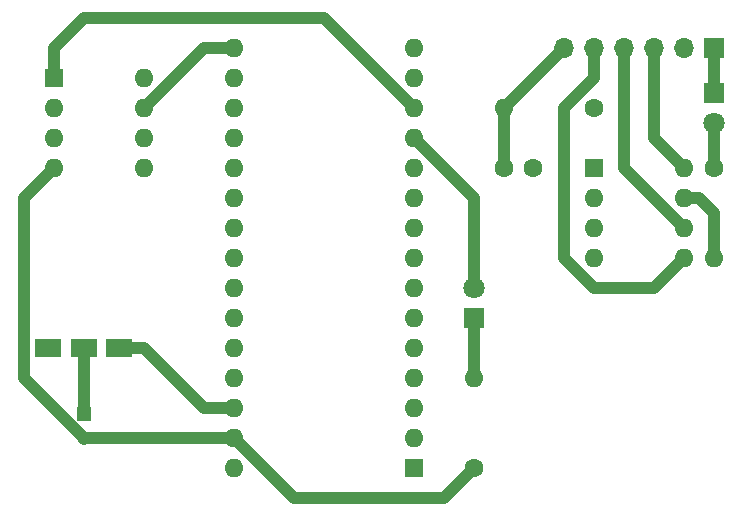
<source format=gbr>
%TF.GenerationSoftware,KiCad,Pcbnew,8.0.6*%
%TF.CreationDate,2024-11-17T16:56:22-06:00*%
%TF.ProjectId,attiny85 programmer,61747469-6e79-4383-9520-70726f677261,rev?*%
%TF.SameCoordinates,Original*%
%TF.FileFunction,Copper,L1,Top*%
%TF.FilePolarity,Positive*%
%FSLAX46Y46*%
G04 Gerber Fmt 4.6, Leading zero omitted, Abs format (unit mm)*
G04 Created by KiCad (PCBNEW 8.0.6) date 2024-11-17 16:56:22*
%MOMM*%
%LPD*%
G01*
G04 APERTURE LIST*
%TA.AperFunction,ComponentPad*%
%ADD10R,1.600000X1.600000*%
%TD*%
%TA.AperFunction,ComponentPad*%
%ADD11O,1.600000X1.600000*%
%TD*%
%TA.AperFunction,ComponentPad*%
%ADD12R,1.200000X1.200000*%
%TD*%
%TA.AperFunction,ComponentPad*%
%ADD13C,1.200000*%
%TD*%
%TA.AperFunction,ComponentPad*%
%ADD14C,1.600000*%
%TD*%
%TA.AperFunction,ComponentPad*%
%ADD15R,1.800000X1.800000*%
%TD*%
%TA.AperFunction,ComponentPad*%
%ADD16C,1.800000*%
%TD*%
%TA.AperFunction,ComponentPad*%
%ADD17R,1.700000X1.700000*%
%TD*%
%TA.AperFunction,ComponentPad*%
%ADD18O,1.700000X1.700000*%
%TD*%
%TA.AperFunction,ComponentPad*%
%ADD19R,2.250000X1.500000*%
%TD*%
%TA.AperFunction,Conductor*%
%ADD20C,1.000000*%
%TD*%
G04 APERTURE END LIST*
D10*
%TO.P,REF\u002A\u002A,1*%
%TO.N,N/C*%
X121920000Y-86360000D03*
D11*
%TO.P,REF\u002A\u002A,2*%
X121920000Y-88900000D03*
%TO.P,REF\u002A\u002A,3*%
X121920000Y-91440000D03*
%TO.P,REF\u002A\u002A,4*%
X121920000Y-93980000D03*
%TO.P,REF\u002A\u002A,5*%
X129540000Y-93980000D03*
%TO.P,REF\u002A\u002A,6*%
X129540000Y-91440000D03*
%TO.P,REF\u002A\u002A,7*%
X129540000Y-88900000D03*
%TO.P,REF\u002A\u002A,8*%
X129540000Y-86360000D03*
%TD*%
D12*
%TO.P,REF\u002A\u002A,1*%
%TO.N,N/C*%
X124460000Y-114840000D03*
D13*
%TO.P,REF\u002A\u002A,2*%
X124460000Y-116840000D03*
%TD*%
D10*
%TO.P,REF\u002A\u002A,1*%
%TO.N,N/C*%
X167640000Y-93980000D03*
D11*
%TO.P,REF\u002A\u002A,2*%
X167640000Y-96520000D03*
%TO.P,REF\u002A\u002A,3*%
X167640000Y-99060000D03*
%TO.P,REF\u002A\u002A,4*%
X167640000Y-101600000D03*
%TO.P,REF\u002A\u002A,5*%
X175260000Y-101600000D03*
%TO.P,REF\u002A\u002A,6*%
X175260000Y-99060000D03*
%TO.P,REF\u002A\u002A,7*%
X175260000Y-96520000D03*
%TO.P,REF\u002A\u002A,8*%
X175260000Y-93980000D03*
%TD*%
D14*
%TO.P,REF\u002A\u002A,1*%
%TO.N,N/C*%
X157480000Y-119380000D03*
D11*
%TO.P,REF\u002A\u002A,2*%
X157480000Y-111760000D03*
%TD*%
D15*
%TO.P,REF\u002A\u002A,1*%
%TO.N,N/C*%
X177800000Y-87630000D03*
D16*
%TO.P,REF\u002A\u002A,2*%
X177800000Y-90170000D03*
%TD*%
D14*
%TO.P,REF\u002A\u002A,1*%
%TO.N,N/C*%
X177800000Y-93980000D03*
D11*
%TO.P,REF\u002A\u002A,2*%
X177800000Y-101600000D03*
%TD*%
D10*
%TO.P,REF\u002A\u002A,1*%
%TO.N,N/C*%
X152400000Y-119380000D03*
D11*
%TO.P,REF\u002A\u002A,2*%
X152400000Y-116840000D03*
%TO.P,REF\u002A\u002A,3*%
X152400000Y-114300000D03*
%TO.P,REF\u002A\u002A,4*%
X152400000Y-111760000D03*
%TO.P,REF\u002A\u002A,5*%
X152400000Y-109220000D03*
%TO.P,REF\u002A\u002A,6*%
X152400000Y-106680000D03*
%TO.P,REF\u002A\u002A,7*%
X152400000Y-104140000D03*
%TO.P,REF\u002A\u002A,8*%
X152400000Y-101600000D03*
%TO.P,REF\u002A\u002A,9*%
X152400000Y-99060000D03*
%TO.P,REF\u002A\u002A,10*%
X152400000Y-96520000D03*
%TO.P,REF\u002A\u002A,11*%
X152400000Y-93980000D03*
%TO.P,REF\u002A\u002A,12*%
X152400000Y-91440000D03*
%TO.P,REF\u002A\u002A,13*%
X152400000Y-88900000D03*
%TO.P,REF\u002A\u002A,14*%
X152400000Y-86360000D03*
%TO.P,REF\u002A\u002A,15*%
X152400000Y-83820000D03*
%TO.P,REF\u002A\u002A,16*%
X137160000Y-83820000D03*
%TO.P,REF\u002A\u002A,17*%
X137160000Y-86360000D03*
%TO.P,REF\u002A\u002A,18*%
X137160000Y-88900000D03*
%TO.P,REF\u002A\u002A,19*%
X137160000Y-91440000D03*
%TO.P,REF\u002A\u002A,20*%
X137160000Y-93980000D03*
%TO.P,REF\u002A\u002A,21*%
X137160000Y-96520000D03*
%TO.P,REF\u002A\u002A,22*%
X137160000Y-99060000D03*
%TO.P,REF\u002A\u002A,23*%
X137160000Y-101600000D03*
%TO.P,REF\u002A\u002A,24*%
X137160000Y-104140000D03*
%TO.P,REF\u002A\u002A,25*%
X137160000Y-106680000D03*
%TO.P,REF\u002A\u002A,26*%
X137160000Y-109220000D03*
%TO.P,REF\u002A\u002A,27*%
X137160000Y-111760000D03*
%TO.P,REF\u002A\u002A,28*%
X137160000Y-114300000D03*
%TO.P,REF\u002A\u002A,29*%
X137160000Y-116840000D03*
%TO.P,REF\u002A\u002A,30*%
X137160000Y-119380000D03*
%TD*%
D17*
%TO.P,REF\u002A\u002A,1*%
%TO.N,N/C*%
X177800000Y-83820000D03*
D18*
%TO.P,REF\u002A\u002A,2*%
X175260000Y-83820000D03*
%TO.P,REF\u002A\u002A,3*%
X172720000Y-83820000D03*
%TO.P,REF\u002A\u002A,4*%
X170180000Y-83820000D03*
%TO.P,REF\u002A\u002A,5*%
X167640000Y-83820000D03*
%TO.P,REF\u002A\u002A,6*%
X165100000Y-83820000D03*
%TD*%
D19*
%TO.P,REF\u002A\u002A,1*%
%TO.N,N/C*%
X121460000Y-109220000D03*
%TO.P,REF\u002A\u002A,2*%
X124460000Y-109220000D03*
%TO.P,REF\u002A\u002A,3*%
X127460000Y-109220000D03*
%TD*%
D14*
%TO.P,REF\u002A\u002A,1*%
%TO.N,N/C*%
X167640000Y-88900000D03*
D11*
%TO.P,REF\u002A\u002A,2*%
X160020000Y-88900000D03*
%TD*%
D15*
%TO.P,REF\u002A\u002A,1*%
%TO.N,N/C*%
X157480000Y-106680000D03*
D16*
%TO.P,REF\u002A\u002A,2*%
X157480000Y-104140000D03*
%TD*%
D14*
%TO.P,REF\u002A\u002A,1*%
%TO.N,N/C*%
X160020000Y-93980000D03*
%TO.P,REF\u002A\u002A,2*%
X162520000Y-93980000D03*
%TD*%
D20*
%TO.N,*%
X175260000Y-93980000D02*
X172720000Y-91440000D01*
X154940000Y-121920000D02*
X142240000Y-121920000D01*
X160020000Y-88900000D02*
X165100000Y-83820000D01*
X172720000Y-104140000D02*
X167640000Y-104140000D01*
X177800000Y-101600000D02*
X177800000Y-97790000D01*
X157480000Y-111760000D02*
X157480000Y-106680000D01*
X137160000Y-114300000D02*
X134620000Y-114300000D01*
X160020000Y-88900000D02*
X160020000Y-93980000D01*
X167640000Y-104140000D02*
X165100000Y-101600000D01*
X165100000Y-101600000D02*
X165100000Y-88900000D01*
X124460000Y-109220000D02*
X124460000Y-114840000D01*
X176530000Y-96520000D02*
X175260000Y-96520000D01*
X177800000Y-83820000D02*
X177800000Y-87630000D01*
X170180000Y-93980000D02*
X170180000Y-83820000D01*
X177800000Y-93980000D02*
X177800000Y-90170000D01*
X157480000Y-119380000D02*
X154940000Y-121920000D01*
X175260000Y-99060000D02*
X170180000Y-93980000D01*
X129540000Y-109220000D02*
X127460000Y-109220000D01*
X137160000Y-116840000D02*
X124460000Y-116840000D01*
X152400000Y-91440000D02*
X157480000Y-96520000D01*
X142240000Y-121920000D02*
X137160000Y-116840000D01*
X134620000Y-114300000D02*
X129540000Y-109220000D01*
X165100000Y-88900000D02*
X167640000Y-86360000D01*
X172720000Y-91440000D02*
X172720000Y-83820000D01*
X177800000Y-97790000D02*
X176530000Y-96520000D01*
X167640000Y-86360000D02*
X167640000Y-83820000D01*
X157480000Y-96520000D02*
X157480000Y-104140000D01*
X175260000Y-101600000D02*
X172720000Y-104140000D01*
X134620000Y-83820000D02*
X137160000Y-83820000D01*
X129540000Y-88900000D02*
X134620000Y-83820000D01*
X121920000Y-83820000D02*
X121920000Y-86360000D01*
X124460000Y-81280000D02*
X121920000Y-83820000D01*
X144780000Y-81280000D02*
X124460000Y-81280000D01*
X152400000Y-88900000D02*
X144780000Y-81280000D01*
X119380000Y-96520000D02*
X121920000Y-93980000D01*
X119380000Y-111760000D02*
X119380000Y-96520000D01*
X124460000Y-116840000D02*
X119380000Y-111760000D01*
%TD*%
M02*

</source>
